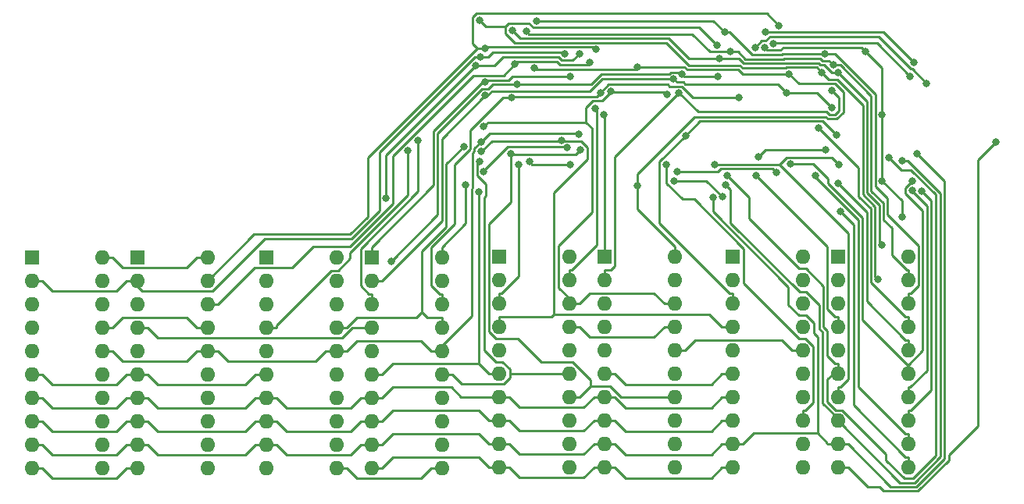
<source format=gbl>
G04 #@! TF.GenerationSoftware,KiCad,Pcbnew,(5.1.2-1)-1*
G04 #@! TF.CreationDate,2019-05-13T19:01:55+01:00*
G04 #@! TF.ProjectId,DRAM Board,4452414d-2042-46f6-9172-642e6b696361,rev?*
G04 #@! TF.SameCoordinates,Original*
G04 #@! TF.FileFunction,Copper,L2,Bot*
G04 #@! TF.FilePolarity,Positive*
%FSLAX46Y46*%
G04 Gerber Fmt 4.6, Leading zero omitted, Abs format (unit mm)*
G04 Created by KiCad (PCBNEW (5.1.2-1)-1) date 2019-05-13 19:01:55*
%MOMM*%
%LPD*%
G04 APERTURE LIST*
%ADD10O,1.600000X1.600000*%
%ADD11R,1.600000X1.600000*%
%ADD12C,0.800000*%
%ADD13C,0.250000*%
G04 APERTURE END LIST*
D10*
X226568000Y-74422000D03*
X218948000Y-97282000D03*
X226568000Y-76962000D03*
X218948000Y-94742000D03*
X226568000Y-79502000D03*
X218948000Y-92202000D03*
X226568000Y-82042000D03*
X218948000Y-89662000D03*
X226568000Y-84582000D03*
X218948000Y-87122000D03*
X226568000Y-87122000D03*
X218948000Y-84582000D03*
X226568000Y-89662000D03*
X218948000Y-82042000D03*
X226568000Y-92202000D03*
X218948000Y-79502000D03*
X226568000Y-94742000D03*
X218948000Y-76962000D03*
X226568000Y-97282000D03*
D11*
X218948000Y-74422000D03*
D10*
X201270000Y-74396600D03*
X193650000Y-97256600D03*
X201270000Y-76936600D03*
X193650000Y-94716600D03*
X201270000Y-79476600D03*
X193650000Y-92176600D03*
X201270000Y-82016600D03*
X193650000Y-89636600D03*
X201270000Y-84556600D03*
X193650000Y-87096600D03*
X201270000Y-87096600D03*
X193650000Y-84556600D03*
X201270000Y-89636600D03*
X193650000Y-82016600D03*
X201270000Y-92176600D03*
X193650000Y-79476600D03*
X201270000Y-94716600D03*
X193650000Y-76936600D03*
X201270000Y-97256600D03*
D11*
X193650000Y-74396600D03*
D10*
X176022000Y-74473000D03*
X168402000Y-97333000D03*
X176022000Y-77013000D03*
X168402000Y-94793000D03*
X176022000Y-79553000D03*
X168402000Y-92253000D03*
X176022000Y-82093000D03*
X168402000Y-89713000D03*
X176022000Y-84633000D03*
X168402000Y-87173000D03*
X176022000Y-87173000D03*
X168402000Y-84633000D03*
X176022000Y-89713000D03*
X168402000Y-82093000D03*
X176022000Y-92253000D03*
X168402000Y-79553000D03*
X176022000Y-94793000D03*
X168402000Y-77013000D03*
X176022000Y-97333000D03*
D11*
X168402000Y-74473000D03*
D10*
X150622000Y-74473000D03*
X143002000Y-97333000D03*
X150622000Y-77013000D03*
X143002000Y-94793000D03*
X150622000Y-79553000D03*
X143002000Y-92253000D03*
X150622000Y-82093000D03*
X143002000Y-89713000D03*
X150622000Y-84633000D03*
X143002000Y-87173000D03*
X150622000Y-87173000D03*
X143002000Y-84633000D03*
X150622000Y-89713000D03*
X143002000Y-82093000D03*
X150622000Y-92253000D03*
X143002000Y-79553000D03*
X150622000Y-94793000D03*
X143002000Y-77013000D03*
X150622000Y-97333000D03*
D11*
X143002000Y-74473000D03*
D10*
X237998000Y-74422000D03*
X230378000Y-97282000D03*
X237998000Y-76962000D03*
X230378000Y-94742000D03*
X237998000Y-79502000D03*
X230378000Y-92202000D03*
X237998000Y-82042000D03*
X230378000Y-89662000D03*
X237998000Y-84582000D03*
X230378000Y-87122000D03*
X237998000Y-87122000D03*
X230378000Y-84582000D03*
X237998000Y-89662000D03*
X230378000Y-82042000D03*
X237998000Y-92202000D03*
X230378000Y-79502000D03*
X237998000Y-94742000D03*
X230378000Y-76962000D03*
X237998000Y-97282000D03*
D11*
X230378000Y-74422000D03*
D10*
X212700000Y-74396600D03*
X205080000Y-97256600D03*
X212700000Y-76936600D03*
X205080000Y-94716600D03*
X212700000Y-79476600D03*
X205080000Y-92176600D03*
X212700000Y-82016600D03*
X205080000Y-89636600D03*
X212700000Y-84556600D03*
X205080000Y-87096600D03*
X212700000Y-87096600D03*
X205080000Y-84556600D03*
X212700000Y-89636600D03*
X205080000Y-82016600D03*
X212700000Y-92176600D03*
X205080000Y-79476600D03*
X212700000Y-94716600D03*
X205080000Y-76936600D03*
X212700000Y-97256600D03*
D11*
X205080000Y-74396600D03*
D10*
X187452000Y-74473000D03*
X179832000Y-97333000D03*
X187452000Y-77013000D03*
X179832000Y-94793000D03*
X187452000Y-79553000D03*
X179832000Y-92253000D03*
X187452000Y-82093000D03*
X179832000Y-89713000D03*
X187452000Y-84633000D03*
X179832000Y-87173000D03*
X187452000Y-87173000D03*
X179832000Y-84633000D03*
X187452000Y-89713000D03*
X179832000Y-82093000D03*
X187452000Y-92253000D03*
X179832000Y-79553000D03*
X187452000Y-94793000D03*
X179832000Y-77013000D03*
X187452000Y-97333000D03*
D11*
X179832000Y-74473000D03*
D10*
X162052000Y-74473000D03*
X154432000Y-97333000D03*
X162052000Y-77013000D03*
X154432000Y-94793000D03*
X162052000Y-79553000D03*
X154432000Y-92253000D03*
X162052000Y-82093000D03*
X154432000Y-89713000D03*
X162052000Y-84633000D03*
X154432000Y-87173000D03*
X162052000Y-87173000D03*
X154432000Y-84633000D03*
X162052000Y-89713000D03*
X154432000Y-82093000D03*
X162052000Y-92253000D03*
X154432000Y-79553000D03*
X162052000Y-94793000D03*
X154432000Y-77013000D03*
X162052000Y-97333000D03*
D11*
X154432000Y-74473000D03*
D12*
X228974800Y-52399100D03*
X197757400Y-48806600D03*
X218091500Y-50023400D03*
X191539900Y-48728900D03*
X217262100Y-51431400D03*
X228668700Y-54428000D03*
X234704800Y-76873600D03*
X196607900Y-49961300D03*
X218742400Y-52162700D03*
X229885700Y-53593300D03*
X235129500Y-73130700D03*
X230437500Y-54456400D03*
X195059000Y-49850200D03*
X217525500Y-52900800D03*
X211868100Y-56775000D03*
X205797300Y-56444800D03*
X191974500Y-60298400D03*
X229760300Y-56357400D03*
X213162200Y-56635600D03*
X204102600Y-58286100D03*
X205043100Y-59019000D03*
X195797000Y-64420000D03*
X230242000Y-61220000D03*
X213855400Y-61232700D03*
X184873100Y-61776500D03*
X191719300Y-63006400D03*
X183775200Y-62897800D03*
X200428300Y-61762500D03*
X235894000Y-63620000D03*
X191442200Y-67362800D03*
X218403000Y-65603700D03*
X230509500Y-64420000D03*
X217004600Y-64432500D03*
X237317600Y-64014400D03*
X218232500Y-66631400D03*
X238972800Y-63242400D03*
X216867800Y-67937500D03*
X208642800Y-53812600D03*
X190021700Y-66620900D03*
X197504900Y-53930700D03*
X208642800Y-66718900D03*
X225112900Y-54597800D03*
X196925500Y-64054000D03*
X201369300Y-64380900D03*
X230673000Y-69518800D03*
X212599700Y-66161200D03*
X217882700Y-67907000D03*
X191994500Y-65190700D03*
X201023000Y-62582500D03*
X212962500Y-65160800D03*
X223689900Y-65220000D03*
X227965700Y-65625800D03*
X211781800Y-64420000D03*
X239436800Y-67254800D03*
X202473700Y-62796700D03*
X194916100Y-63223200D03*
X238436400Y-67229400D03*
X238438900Y-66201000D03*
X191524100Y-64071400D03*
X225201300Y-64337600D03*
X202316600Y-61117700D03*
X191712700Y-61916000D03*
X230403900Y-66466000D03*
X189813000Y-62442600D03*
X228329300Y-60420000D03*
X194981600Y-57137400D03*
X219666500Y-57111500D03*
X204629100Y-56632200D03*
X192157900Y-56912300D03*
X212580000Y-55103600D03*
X229767000Y-58258400D03*
X224852900Y-56582100D03*
X239980400Y-55620000D03*
X221440200Y-51709300D03*
X195631700Y-55673500D03*
X181979300Y-74870400D03*
X217374800Y-54813500D03*
X213513500Y-54600900D03*
X238210700Y-54820000D03*
X223405100Y-51259000D03*
X201323900Y-54820000D03*
X192159300Y-55461600D03*
X238607100Y-53292500D03*
X222501400Y-50000500D03*
X203473900Y-53321900D03*
X195346200Y-53520300D03*
X200731600Y-52363800D03*
X191643400Y-52724400D03*
X223993600Y-49317700D03*
X204117200Y-51913500D03*
X192165500Y-51765300D03*
X181414100Y-68026200D03*
X202380200Y-52363800D03*
X191104200Y-53694500D03*
X229025200Y-62835400D03*
X221810200Y-63571400D03*
X221538500Y-65591000D03*
X237322700Y-70112000D03*
X235167800Y-59013800D03*
X235167800Y-66158600D03*
X222440600Y-51709300D03*
X233362200Y-52117700D03*
X247521000Y-61952200D03*
D13*
X197757400Y-48806600D02*
X216874700Y-48806600D01*
X216874700Y-48806600D02*
X218091500Y-50023400D01*
X228974800Y-52408800D02*
X224365300Y-52408800D01*
X224365300Y-52408800D02*
X224283400Y-52490700D01*
X224283400Y-52490700D02*
X221112400Y-52490700D01*
X221112400Y-52490700D02*
X218645100Y-50023400D01*
X218645100Y-50023400D02*
X218091500Y-50023400D01*
X237998000Y-78376700D02*
X238279300Y-78376700D01*
X238279300Y-78376700D02*
X239138400Y-77517600D01*
X239138400Y-77517600D02*
X239138400Y-73254200D01*
X239138400Y-73254200D02*
X235751500Y-69867300D01*
X235751500Y-69867300D02*
X235751500Y-68086600D01*
X235751500Y-68086600D02*
X234442500Y-66777600D01*
X234442500Y-66777600D02*
X234442500Y-56748100D01*
X234442500Y-56748100D02*
X230103200Y-52408800D01*
X230103200Y-52408800D02*
X228974800Y-52408800D01*
X228974800Y-52408800D02*
X228974800Y-52399100D01*
X237998000Y-79502000D02*
X237998000Y-78376700D01*
X228668700Y-54428000D02*
X229422400Y-55181700D01*
X229422400Y-55181700D02*
X230288200Y-55181700D01*
X230288200Y-55181700D02*
X233091600Y-57985100D01*
X233091600Y-57985100D02*
X233091600Y-67655700D01*
X233091600Y-67655700D02*
X234400600Y-68964700D01*
X234400600Y-68964700D02*
X234400600Y-76569400D01*
X234400600Y-76569400D02*
X234704800Y-76873600D01*
X194333700Y-49391000D02*
X194639400Y-49085300D01*
X194639400Y-49085300D02*
X196908400Y-49085300D01*
X196908400Y-49085300D02*
X197355000Y-49531900D01*
X197355000Y-49531900D02*
X215362600Y-49531900D01*
X215362600Y-49531900D02*
X217262100Y-51431400D01*
X194333700Y-49391000D02*
X194333700Y-50150600D01*
X194333700Y-50150600D02*
X195371200Y-51188100D01*
X195371200Y-51188100D02*
X211778000Y-51188100D01*
X211778000Y-51188100D02*
X214216100Y-53626200D01*
X214216100Y-53626200D02*
X219721800Y-53626200D01*
X219721800Y-53626200D02*
X220040700Y-53945100D01*
X220040700Y-53945100D02*
X224739700Y-53945100D01*
X224739700Y-53945100D02*
X224836600Y-53848200D01*
X224836600Y-53848200D02*
X228088900Y-53848200D01*
X228088900Y-53848200D02*
X228668700Y-54428000D01*
X194333700Y-49391000D02*
X192202000Y-49391000D01*
X192202000Y-49391000D02*
X191539900Y-48728900D01*
X218742400Y-52162700D02*
X219594100Y-52162700D01*
X219594100Y-52162700D02*
X220372500Y-52941100D01*
X220372500Y-52941100D02*
X224469900Y-52941100D01*
X224469900Y-52941100D02*
X224526200Y-52884800D01*
X224526200Y-52884800D02*
X228434800Y-52884800D01*
X228434800Y-52884800D02*
X228674400Y-53124400D01*
X228674400Y-53124400D02*
X229416800Y-53124400D01*
X229416800Y-53124400D02*
X229885700Y-53593300D01*
X229885700Y-53593300D02*
X230620900Y-53593300D01*
X230620900Y-53593300D02*
X233992200Y-56964600D01*
X233992200Y-56964600D02*
X233992200Y-67282500D01*
X233992200Y-67282500D02*
X235301200Y-68591500D01*
X235301200Y-68591500D02*
X235301200Y-70392100D01*
X235301200Y-70392100D02*
X236212900Y-71303800D01*
X236212900Y-71303800D02*
X236212900Y-74228400D01*
X236212900Y-74228400D02*
X237821200Y-75836700D01*
X237821200Y-75836700D02*
X237998000Y-75836700D01*
X218742400Y-52162700D02*
X216509100Y-52162700D01*
X216509100Y-52162700D02*
X214595400Y-50249000D01*
X214595400Y-50249000D02*
X196895600Y-50249000D01*
X196895600Y-50249000D02*
X196607900Y-49961300D01*
X237998000Y-76962000D02*
X237998000Y-75836700D01*
X217525500Y-52900800D02*
X219633300Y-52900800D01*
X219633300Y-52900800D02*
X220145000Y-53412500D01*
X220145000Y-53412500D02*
X224635400Y-53412500D01*
X224635400Y-53412500D02*
X224688700Y-53359200D01*
X224688700Y-53359200D02*
X228272300Y-53359200D01*
X228272300Y-53359200D02*
X228487800Y-53574700D01*
X228487800Y-53574700D02*
X228841400Y-53574700D01*
X228841400Y-53574700D02*
X229723100Y-54456400D01*
X229723100Y-54456400D02*
X230437500Y-54456400D01*
X230437500Y-54456400D02*
X233541900Y-57560800D01*
X233541900Y-57560800D02*
X233541900Y-67469100D01*
X233541900Y-67469100D02*
X234850900Y-68778100D01*
X234850900Y-68778100D02*
X234850900Y-72852100D01*
X234850900Y-72852100D02*
X235129500Y-73130700D01*
X195059000Y-49850200D02*
X195908200Y-50699400D01*
X195908200Y-50699400D02*
X212012000Y-50699400D01*
X212012000Y-50699400D02*
X214213400Y-52900800D01*
X214213400Y-52900800D02*
X217525500Y-52900800D01*
X203050300Y-59799800D02*
X203050300Y-58256400D01*
X203050300Y-58256400D02*
X203827000Y-57479700D01*
X203827000Y-57479700D02*
X204843300Y-57479700D01*
X204843300Y-57479700D02*
X205797300Y-56525700D01*
X191974500Y-60298400D02*
X192473100Y-59799800D01*
X192473100Y-59799800D02*
X203050300Y-59799800D01*
X201832700Y-79476600D02*
X200106100Y-77750000D01*
X200106100Y-77750000D02*
X200106100Y-73215500D01*
X200106100Y-73215500D02*
X203718400Y-69603200D01*
X203718400Y-69603200D02*
X203718400Y-60467900D01*
X203718400Y-60467900D02*
X203050300Y-59799800D01*
X201832700Y-79476600D02*
X202395300Y-79476600D01*
X201270000Y-79476600D02*
X201832700Y-79476600D01*
X212700000Y-79476600D02*
X211574700Y-79476600D01*
X211574700Y-79476600D02*
X210449400Y-78351300D01*
X210449400Y-78351300D02*
X203520600Y-78351300D01*
X203520600Y-78351300D02*
X202395300Y-79476600D01*
X205797300Y-56525700D02*
X211618800Y-56525700D01*
X211618800Y-56525700D02*
X211868100Y-56775000D01*
X205797300Y-56525700D02*
X205797300Y-56444800D01*
X205080000Y-76936600D02*
X205080000Y-75811300D01*
X205080000Y-75811300D02*
X205783400Y-75811300D01*
X205783400Y-75811300D02*
X206205300Y-75389400D01*
X206205300Y-75389400D02*
X206205300Y-63592500D01*
X206205300Y-63592500D02*
X213162200Y-56635600D01*
X213162200Y-56635600D02*
X215210200Y-58683600D01*
X215210200Y-58683600D02*
X229166500Y-58683600D01*
X229166500Y-58683600D02*
X229466600Y-58983700D01*
X229466600Y-58983700D02*
X230067500Y-58983700D01*
X230067500Y-58983700D02*
X230492300Y-58558900D01*
X230492300Y-58558900D02*
X230492300Y-57089400D01*
X230492300Y-57089400D02*
X229760300Y-56357400D01*
X201270000Y-75811300D02*
X201551300Y-75811300D01*
X201551300Y-75811300D02*
X204228300Y-73134300D01*
X204228300Y-73134300D02*
X204228300Y-58411800D01*
X204228300Y-58411800D02*
X204102600Y-58286100D01*
X201270000Y-76936600D02*
X201270000Y-75811300D01*
X205080000Y-73271300D02*
X205080000Y-59055900D01*
X205080000Y-59055900D02*
X205043100Y-59019000D01*
X205080000Y-74396600D02*
X205080000Y-73271300D01*
X193650000Y-79476600D02*
X193650000Y-78351300D01*
X193650000Y-78351300D02*
X193931300Y-78351300D01*
X193931300Y-78351300D02*
X195797000Y-76485600D01*
X195797000Y-76485600D02*
X195797000Y-64420000D01*
X213855400Y-61232700D02*
X215393500Y-59694600D01*
X215393500Y-59694600D02*
X228716600Y-59694600D01*
X228716600Y-59694600D02*
X230242000Y-61220000D01*
X218948000Y-78376700D02*
X218666600Y-78376700D01*
X218666600Y-78376700D02*
X211053300Y-70763400D01*
X211053300Y-70763400D02*
X211053300Y-64034800D01*
X211053300Y-64034800D02*
X213855400Y-61232700D01*
X179832000Y-78427700D02*
X179550700Y-78427700D01*
X179550700Y-78427700D02*
X178652200Y-77529200D01*
X178652200Y-77529200D02*
X178652200Y-73540000D01*
X178652200Y-73540000D02*
X184873100Y-67319100D01*
X184873100Y-67319100D02*
X184873100Y-61776500D01*
X218948000Y-79502000D02*
X218948000Y-78376700D01*
X179832000Y-79553000D02*
X179832000Y-78427700D01*
X191719300Y-63006400D02*
X192873000Y-61852700D01*
X192873000Y-61852700D02*
X200428300Y-61852700D01*
X199600000Y-80634000D02*
X199600000Y-67465000D01*
X199600000Y-67465000D02*
X203235300Y-63829700D01*
X203235300Y-63829700D02*
X203235300Y-62532300D01*
X203235300Y-62532300D02*
X202555700Y-61852700D01*
X202555700Y-61852700D02*
X200428300Y-61852700D01*
X200428300Y-61852700D02*
X200428300Y-61762500D01*
X168402000Y-82093000D02*
X169527300Y-82093000D01*
X169527300Y-82093000D02*
X169527300Y-81811700D01*
X169527300Y-81811700D02*
X175451400Y-75887600D01*
X175451400Y-75887600D02*
X176199000Y-75887600D01*
X176199000Y-75887600D02*
X177515300Y-74571300D01*
X177515300Y-74571300D02*
X177515300Y-73954400D01*
X177515300Y-73954400D02*
X183775200Y-67694500D01*
X183775200Y-67694500D02*
X183775200Y-62897800D01*
X199600000Y-80634000D02*
X216414700Y-80634000D01*
X216414700Y-80634000D02*
X217822700Y-82042000D01*
X193650000Y-80891300D02*
X199342700Y-80891300D01*
X199342700Y-80891300D02*
X199600000Y-80634000D01*
X218948000Y-82042000D02*
X217822700Y-82042000D01*
X193650000Y-82016600D02*
X193650000Y-80891300D01*
X230378000Y-85996700D02*
X230096600Y-85996700D01*
X230096600Y-85996700D02*
X229252700Y-85152800D01*
X229252700Y-85152800D02*
X229252700Y-82478600D01*
X229252700Y-82478600D02*
X228802400Y-82028300D01*
X228802400Y-82028300D02*
X228802400Y-77598900D01*
X228802400Y-77598900D02*
X226895500Y-75692000D01*
X226895500Y-75692000D02*
X226169000Y-75692000D01*
X226169000Y-75692000D02*
X220764600Y-70287600D01*
X220764600Y-70287600D02*
X220764600Y-67965300D01*
X220764600Y-67965300D02*
X218403000Y-65603700D01*
X230378000Y-86559300D02*
X229247600Y-87689700D01*
X229247600Y-87689700D02*
X229247600Y-90152900D01*
X229247600Y-90152900D02*
X230169200Y-91074500D01*
X230169200Y-91074500D02*
X230865000Y-91074500D01*
X230865000Y-91074500D02*
X235599600Y-95809100D01*
X235599600Y-95809100D02*
X235599600Y-96486100D01*
X235599600Y-96486100D02*
X237571800Y-98458300D01*
X237571800Y-98458300D02*
X238506500Y-98458300D01*
X238506500Y-98458300D02*
X240970800Y-95994000D01*
X240970800Y-95994000D02*
X240970800Y-67662500D01*
X240970800Y-67662500D02*
X238279600Y-64971300D01*
X238279600Y-64971300D02*
X237245300Y-64971300D01*
X237245300Y-64971300D02*
X235894000Y-63620000D01*
X230378000Y-86559300D02*
X230378000Y-85996700D01*
X230378000Y-87122000D02*
X230378000Y-86559300D01*
X191442200Y-86017800D02*
X191445900Y-86017800D01*
X191445900Y-86017800D02*
X192524700Y-87096600D01*
X180957300Y-87173000D02*
X182112500Y-86017800D01*
X182112500Y-86017800D02*
X191442200Y-86017800D01*
X191442200Y-86017800D02*
X191442200Y-67362800D01*
X193650000Y-87096600D02*
X192524700Y-87096600D01*
X179832000Y-87173000D02*
X180957300Y-87173000D01*
X168402000Y-87173000D02*
X167276700Y-87173000D01*
X154432000Y-87173000D02*
X155557300Y-87173000D01*
X155557300Y-87173000D02*
X156682600Y-88298300D01*
X156682600Y-88298300D02*
X166151400Y-88298300D01*
X166151400Y-88298300D02*
X167276700Y-87173000D01*
X153869400Y-87173000D02*
X154432000Y-87173000D01*
X153869400Y-87173000D02*
X153306700Y-87173000D01*
X143002000Y-87173000D02*
X144127300Y-87173000D01*
X153306700Y-87173000D02*
X152181400Y-88298300D01*
X152181400Y-88298300D02*
X145252600Y-88298300D01*
X145252600Y-88298300D02*
X144127300Y-87173000D01*
X218948000Y-87122000D02*
X217822700Y-87122000D01*
X205080000Y-87096600D02*
X206205300Y-87096600D01*
X206205300Y-87096600D02*
X207356000Y-88247300D01*
X207356000Y-88247300D02*
X216697400Y-88247300D01*
X216697400Y-88247300D02*
X217822700Y-87122000D01*
X224078000Y-64370100D02*
X224839300Y-63608800D01*
X224839300Y-63608800D02*
X229698300Y-63608800D01*
X229698300Y-63608800D02*
X230509500Y-64420000D01*
X230378000Y-88536700D02*
X230659300Y-88536700D01*
X230659300Y-88536700D02*
X231546500Y-87649500D01*
X231546500Y-87649500D02*
X231546500Y-71838600D01*
X231546500Y-71838600D02*
X224078000Y-64370100D01*
X217004600Y-64432500D02*
X217067000Y-64370100D01*
X217067000Y-64370100D02*
X224078000Y-64370100D01*
X230378000Y-89662000D02*
X230378000Y-88536700D01*
X168402000Y-89713000D02*
X167276700Y-89713000D01*
X154432000Y-89713000D02*
X155557300Y-89713000D01*
X155557300Y-89713000D02*
X156682600Y-90838300D01*
X156682600Y-90838300D02*
X166151400Y-90838300D01*
X166151400Y-90838300D02*
X167276700Y-89713000D01*
X153869400Y-89713000D02*
X154432000Y-89713000D01*
X153869400Y-89713000D02*
X153306700Y-89713000D01*
X143002000Y-89713000D02*
X144127300Y-89713000D01*
X153306700Y-89713000D02*
X152181400Y-90838300D01*
X152181400Y-90838300D02*
X145252600Y-90838300D01*
X145252600Y-90838300D02*
X144127300Y-89713000D01*
X193650000Y-89636600D02*
X194775300Y-89636600D01*
X194775300Y-89636600D02*
X195900600Y-90761900D01*
X195900600Y-90761900D02*
X202829400Y-90761900D01*
X202829400Y-90761900D02*
X203954700Y-89636600D01*
X180957300Y-89713000D02*
X182112700Y-88557600D01*
X182112700Y-88557600D02*
X188462700Y-88557600D01*
X188462700Y-88557600D02*
X189541700Y-89636600D01*
X189541700Y-89636600D02*
X193650000Y-89636600D01*
X205080000Y-89636600D02*
X203954700Y-89636600D01*
X179832000Y-89713000D02*
X178706700Y-89713000D01*
X168402000Y-89713000D02*
X169527300Y-89713000D01*
X169527300Y-89713000D02*
X170652600Y-90838300D01*
X170652600Y-90838300D02*
X177581400Y-90838300D01*
X177581400Y-90838300D02*
X178706700Y-89713000D01*
X218948000Y-89662000D02*
X217822700Y-89662000D01*
X205080000Y-89636600D02*
X206205300Y-89636600D01*
X206205300Y-89636600D02*
X207356000Y-90787300D01*
X207356000Y-90787300D02*
X216697400Y-90787300D01*
X216697400Y-90787300D02*
X217822700Y-89662000D01*
X179832000Y-89713000D02*
X180957300Y-89713000D01*
X230378000Y-91681400D02*
X230139200Y-91681400D01*
X230139200Y-91681400D02*
X228736600Y-90278800D01*
X228736600Y-90278800D02*
X228736600Y-82599400D01*
X228736600Y-82599400D02*
X228352100Y-82214900D01*
X228352100Y-82214900D02*
X228352100Y-79641200D01*
X228352100Y-79641200D02*
X226942900Y-78232000D01*
X226942900Y-78232000D02*
X226222900Y-78232000D01*
X226222900Y-78232000D02*
X218710600Y-70719700D01*
X218710600Y-70719700D02*
X218710600Y-67109500D01*
X218710600Y-67109500D02*
X218232500Y-66631400D01*
X230378000Y-92202000D02*
X237084700Y-98908700D01*
X237084700Y-98908700D02*
X238693000Y-98908700D01*
X238693000Y-98908700D02*
X241492600Y-96109100D01*
X241492600Y-96109100D02*
X241492600Y-67526900D01*
X241492600Y-67526900D02*
X237980100Y-64014400D01*
X237980100Y-64014400D02*
X237317600Y-64014400D01*
X230378000Y-92202000D02*
X230378000Y-92071800D01*
X230378000Y-92071800D02*
X230378000Y-91681400D01*
X168402000Y-92253000D02*
X167276700Y-92253000D01*
X154432000Y-92253000D02*
X155557300Y-92253000D01*
X155557300Y-92253000D02*
X156682600Y-93378300D01*
X156682600Y-93378300D02*
X166151400Y-93378300D01*
X166151400Y-93378300D02*
X167276700Y-92253000D01*
X153869400Y-92253000D02*
X154432000Y-92253000D01*
X153869400Y-92253000D02*
X153306700Y-92253000D01*
X143002000Y-92253000D02*
X144127300Y-92253000D01*
X153306700Y-92253000D02*
X152181400Y-93378300D01*
X152181400Y-93378300D02*
X145252600Y-93378300D01*
X145252600Y-93378300D02*
X144127300Y-92253000D01*
X180957300Y-92253000D02*
X182112600Y-91097700D01*
X182112600Y-91097700D02*
X191445800Y-91097700D01*
X191445800Y-91097700D02*
X192524700Y-92176600D01*
X193650000Y-92176600D02*
X192524700Y-92176600D01*
X179832000Y-92253000D02*
X180957300Y-92253000D01*
X179269400Y-92253000D02*
X179832000Y-92253000D01*
X179269400Y-92253000D02*
X178706700Y-92253000D01*
X168402000Y-92253000D02*
X169527300Y-92253000D01*
X169527300Y-92253000D02*
X170652600Y-93378300D01*
X170652600Y-93378300D02*
X177581400Y-93378300D01*
X177581400Y-93378300D02*
X178706700Y-92253000D01*
X218948000Y-92202000D02*
X217822700Y-92202000D01*
X205080000Y-92176600D02*
X206205300Y-92176600D01*
X206205300Y-92176600D02*
X207356000Y-93327300D01*
X207356000Y-93327300D02*
X216697400Y-93327300D01*
X216697400Y-93327300D02*
X217822700Y-92202000D01*
X204517400Y-92176600D02*
X205080000Y-92176600D01*
X204517400Y-92176600D02*
X203954700Y-92176600D01*
X193650000Y-92176600D02*
X194775300Y-92176600D01*
X203954700Y-92176600D02*
X202829400Y-93301900D01*
X202829400Y-93301900D02*
X195900600Y-93301900D01*
X195900600Y-93301900D02*
X194775300Y-92176600D01*
X231503300Y-94742000D02*
X236120300Y-99359000D01*
X236120300Y-99359000D02*
X238879600Y-99359000D01*
X238879600Y-99359000D02*
X241942900Y-96295700D01*
X241942900Y-96295700D02*
X241942900Y-66212500D01*
X241942900Y-66212500D02*
X238972800Y-63242400D01*
X230378000Y-94742000D02*
X229252700Y-94742000D01*
X228168300Y-93553500D02*
X229252700Y-94637900D01*
X229252700Y-94637900D02*
X229252700Y-94742000D01*
X216867800Y-67937500D02*
X216867800Y-69513800D01*
X216867800Y-69513800D02*
X225026800Y-77672800D01*
X225026800Y-77672800D02*
X225026800Y-79633600D01*
X225026800Y-79633600D02*
X226165200Y-80772000D01*
X226165200Y-80772000D02*
X226909100Y-80772000D01*
X226909100Y-80772000D02*
X227759900Y-81622800D01*
X227759900Y-81622800D02*
X227759900Y-82722100D01*
X227759900Y-82722100D02*
X228168300Y-83130500D01*
X228168300Y-83130500D02*
X228168300Y-93553500D01*
X220073300Y-94742000D02*
X221261800Y-93553500D01*
X221261800Y-93553500D02*
X228168300Y-93553500D01*
X230378000Y-94742000D02*
X231503300Y-94742000D01*
X218948000Y-94742000D02*
X220073300Y-94742000D01*
X218385400Y-94742000D02*
X218948000Y-94742000D01*
X168402000Y-94793000D02*
X167276700Y-94793000D01*
X154432000Y-94793000D02*
X155557300Y-94793000D01*
X155557300Y-94793000D02*
X156682600Y-95918300D01*
X156682600Y-95918300D02*
X166151400Y-95918300D01*
X166151400Y-95918300D02*
X167276700Y-94793000D01*
X153869400Y-94793000D02*
X154432000Y-94793000D01*
X153869400Y-94793000D02*
X153306700Y-94793000D01*
X143002000Y-94793000D02*
X144127300Y-94793000D01*
X153306700Y-94793000D02*
X152181400Y-95918300D01*
X152181400Y-95918300D02*
X145252600Y-95918300D01*
X145252600Y-95918300D02*
X144127300Y-94793000D01*
X218385400Y-94742000D02*
X217822700Y-94742000D01*
X179832000Y-94793000D02*
X178706700Y-94793000D01*
X168402000Y-94793000D02*
X169527300Y-94793000D01*
X169527300Y-94793000D02*
X170652600Y-95918300D01*
X170652600Y-95918300D02*
X177581400Y-95918300D01*
X177581400Y-95918300D02*
X178706700Y-94793000D01*
X205080000Y-94716600D02*
X206205300Y-94716600D01*
X206205300Y-94716600D02*
X207356000Y-95867300D01*
X207356000Y-95867300D02*
X216697400Y-95867300D01*
X216697400Y-95867300D02*
X217822700Y-94742000D01*
X204517400Y-94716600D02*
X205080000Y-94716600D01*
X204517400Y-94716600D02*
X203954700Y-94716600D01*
X193650000Y-94716600D02*
X192524700Y-94716600D01*
X179832000Y-94793000D02*
X180957300Y-94793000D01*
X180957300Y-94793000D02*
X182112600Y-93637700D01*
X182112600Y-93637700D02*
X191445800Y-93637700D01*
X191445800Y-93637700D02*
X192524700Y-94716600D01*
X193650000Y-94716600D02*
X194775300Y-94716600D01*
X203954700Y-94716600D02*
X202829400Y-95841900D01*
X202829400Y-95841900D02*
X195900600Y-95841900D01*
X195900600Y-95841900D02*
X194775300Y-94716600D01*
X208642800Y-53812600D02*
X208408200Y-54047200D01*
X208408200Y-54047200D02*
X197621400Y-54047200D01*
X197621400Y-54047200D02*
X197504900Y-53930700D01*
X225112900Y-54597800D02*
X220056500Y-54597800D01*
X220056500Y-54597800D02*
X219535300Y-54076600D01*
X219535300Y-54076600D02*
X214029600Y-54076600D01*
X214029600Y-54076600D02*
X213765600Y-53812600D01*
X213765600Y-53812600D02*
X208642800Y-53812600D01*
X208642800Y-66718900D02*
X208642800Y-65417500D01*
X208642800Y-65417500D02*
X214838100Y-59222200D01*
X214838100Y-59222200D02*
X229068200Y-59222200D01*
X229068200Y-59222200D02*
X229280000Y-59434000D01*
X229280000Y-59434000D02*
X230254100Y-59434000D01*
X230254100Y-59434000D02*
X230957600Y-58730500D01*
X230957600Y-58730500D02*
X230957600Y-56511200D01*
X230957600Y-56511200D02*
X230078400Y-55632000D01*
X230078400Y-55632000D02*
X226147100Y-55632000D01*
X226147100Y-55632000D02*
X225112900Y-54597800D01*
X212700000Y-73271300D02*
X208642800Y-69214100D01*
X208642800Y-69214100D02*
X208642800Y-66718900D01*
X187452000Y-74473000D02*
X187452000Y-73347700D01*
X187452000Y-73347700D02*
X190021600Y-70778100D01*
X190021600Y-70778100D02*
X190021600Y-66620900D01*
X190021600Y-66620900D02*
X190021700Y-66620900D01*
X212700000Y-74396600D02*
X212700000Y-73271300D01*
X150622000Y-74473000D02*
X151747300Y-74473000D01*
X162052000Y-74473000D02*
X160926700Y-74473000D01*
X160926700Y-74473000D02*
X159801400Y-75598300D01*
X159801400Y-75598300D02*
X152872600Y-75598300D01*
X152872600Y-75598300D02*
X151747300Y-74473000D01*
X196925500Y-64054000D02*
X197252300Y-64380800D01*
X197252300Y-64380800D02*
X201369300Y-64380800D01*
X201369300Y-64380800D02*
X201369300Y-64380900D01*
X187452000Y-97333000D02*
X186326700Y-97333000D01*
X176022000Y-97333000D02*
X177147300Y-97333000D01*
X177147300Y-97333000D02*
X178272600Y-98458300D01*
X178272600Y-98458300D02*
X185201400Y-98458300D01*
X185201400Y-98458300D02*
X186326700Y-97333000D01*
X237998000Y-97282000D02*
X237998000Y-96156700D01*
X237998000Y-96156700D02*
X237716700Y-96156700D01*
X237716700Y-96156700D02*
X232060400Y-90500400D01*
X232060400Y-90500400D02*
X232060400Y-70906200D01*
X232060400Y-70906200D02*
X230673000Y-69518800D01*
X212599700Y-66161200D02*
X216136900Y-66161200D01*
X216136900Y-66161200D02*
X217882700Y-67907000D01*
X223689900Y-65220000D02*
X223335600Y-64865700D01*
X223335600Y-64865700D02*
X217689100Y-64865700D01*
X217689100Y-64865700D02*
X217394000Y-65160800D01*
X217394000Y-65160800D02*
X212962500Y-65160800D01*
X227965700Y-65625800D02*
X227965700Y-65785700D01*
X227965700Y-65785700D02*
X232599400Y-70419400D01*
X232599400Y-70419400D02*
X232599400Y-88499500D01*
X232599400Y-88499500D02*
X237716600Y-93616700D01*
X237716600Y-93616700D02*
X237998000Y-93616700D01*
X191994500Y-65190700D02*
X191994500Y-65113600D01*
X191994500Y-65113600D02*
X194610300Y-62497800D01*
X194610300Y-62497800D02*
X200938300Y-62497800D01*
X200938300Y-62497800D02*
X201023000Y-62582500D01*
X237998000Y-94742000D02*
X237998000Y-93616700D01*
X237998000Y-91076700D02*
X238279300Y-91076700D01*
X238279300Y-91076700D02*
X240490900Y-88865100D01*
X240490900Y-88865100D02*
X240490900Y-68308900D01*
X240490900Y-68308900D02*
X239436800Y-67254800D01*
X226568000Y-91076700D02*
X226849300Y-91076700D01*
X226849300Y-91076700D02*
X227716800Y-90209200D01*
X227716800Y-90209200D02*
X227716800Y-84138900D01*
X227716800Y-84138900D02*
X226889900Y-83312000D01*
X226889900Y-83312000D02*
X226160800Y-83312000D01*
X226160800Y-83312000D02*
X220166800Y-77318000D01*
X220166800Y-77318000D02*
X220166800Y-73521800D01*
X220166800Y-73521800D02*
X214796100Y-68151100D01*
X214796100Y-68151100D02*
X213517700Y-68151100D01*
X213517700Y-68151100D02*
X211781800Y-66415200D01*
X211781800Y-66415200D02*
X211781800Y-64420000D01*
X226568000Y-92202000D02*
X226568000Y-91076700D01*
X237998000Y-92202000D02*
X237998000Y-91076700D01*
X237998000Y-88536700D02*
X238220700Y-88536700D01*
X238220700Y-88536700D02*
X240039100Y-86718300D01*
X240039100Y-86718300D02*
X240039100Y-68882800D01*
X240039100Y-68882800D02*
X238436400Y-67280100D01*
X238436400Y-67280100D02*
X238436400Y-67229400D01*
X203572100Y-88459800D02*
X205665400Y-88459800D01*
X205665400Y-88459800D02*
X206842200Y-89636600D01*
X206842200Y-89636600D02*
X212700000Y-89636600D01*
X202395300Y-89636600D02*
X203572100Y-88459800D01*
X203572100Y-88459800D02*
X203572100Y-87748500D01*
X203572100Y-87748500D02*
X201650200Y-85826600D01*
X201650200Y-85826600D02*
X198192200Y-85826600D01*
X198192200Y-85826600D02*
X195652200Y-83286600D01*
X195652200Y-83286600D02*
X193306500Y-83286600D01*
X193306500Y-83286600D02*
X192524600Y-82504700D01*
X192524600Y-82504700D02*
X192524600Y-70859300D01*
X192524600Y-70859300D02*
X194916000Y-68467900D01*
X194916000Y-68467900D02*
X194916000Y-63328600D01*
X194916000Y-63328600D02*
X194916100Y-63328600D01*
X194916100Y-63328600D02*
X201941800Y-63328600D01*
X201941800Y-63328600D02*
X202473700Y-62796700D01*
X194916100Y-63223200D02*
X194916100Y-63328600D01*
X201270000Y-89636600D02*
X202395300Y-89636600D01*
X237998000Y-89662000D02*
X237998000Y-88536700D01*
X237998000Y-86156300D02*
X237954900Y-86156300D01*
X237954900Y-86156300D02*
X233049700Y-81251100D01*
X233049700Y-81251100D02*
X233049700Y-70137500D01*
X233049700Y-70137500D02*
X229344100Y-66431900D01*
X229344100Y-66431900D02*
X229344100Y-65953200D01*
X229344100Y-65953200D02*
X227728500Y-64337600D01*
X227728500Y-64337600D02*
X225201300Y-64337600D01*
X237998000Y-86156300D02*
X238015300Y-86156300D01*
X238015300Y-86156300D02*
X239588800Y-84582800D01*
X239588800Y-84582800D02*
X239588800Y-69407500D01*
X239588800Y-69407500D02*
X237711100Y-67529800D01*
X237711100Y-67529800D02*
X237711100Y-66928800D01*
X237711100Y-66928800D02*
X238438900Y-66201000D01*
X191524100Y-64071400D02*
X191269200Y-64326300D01*
X191269200Y-64326300D02*
X191269200Y-65553100D01*
X191269200Y-65553100D02*
X192213200Y-66497100D01*
X192213200Y-66497100D02*
X192213200Y-67772900D01*
X192213200Y-67772900D02*
X192054800Y-67931300D01*
X192054800Y-67931300D02*
X192054800Y-84586400D01*
X192054800Y-84586400D02*
X193295000Y-85826600D01*
X193295000Y-85826600D02*
X194038000Y-85826600D01*
X194038000Y-85826600D02*
X194831700Y-86620300D01*
X194831700Y-86620300D02*
X194831700Y-87096600D01*
X237998000Y-86156300D02*
X237998000Y-86199400D01*
X237998000Y-87122000D02*
X237998000Y-86199400D01*
X194831700Y-87096600D02*
X200144700Y-87096600D01*
X188577300Y-87173000D02*
X189626200Y-88221900D01*
X189626200Y-88221900D02*
X194128500Y-88221900D01*
X194128500Y-88221900D02*
X194831700Y-87518700D01*
X194831700Y-87518700D02*
X194831700Y-87096600D01*
X201270000Y-87096600D02*
X200144700Y-87096600D01*
X187452000Y-87173000D02*
X188577300Y-87173000D01*
X230403900Y-66466000D02*
X233500000Y-69562100D01*
X233500000Y-69562100D02*
X233500000Y-79240000D01*
X233500000Y-79240000D02*
X237716700Y-83456700D01*
X237716700Y-83456700D02*
X237998000Y-83456700D01*
X191712700Y-61916000D02*
X192614100Y-61014600D01*
X192614100Y-61014600D02*
X202213500Y-61014600D01*
X202213500Y-61014600D02*
X202316600Y-61117700D01*
X186889400Y-84633000D02*
X190716900Y-80805500D01*
X190716900Y-80805500D02*
X190716900Y-67062400D01*
X190716900Y-67062400D02*
X190798800Y-66980500D01*
X190798800Y-66980500D02*
X190798800Y-63119500D01*
X190798800Y-63119500D02*
X190988600Y-62929700D01*
X190988600Y-62929700D02*
X190988600Y-62640100D01*
X190988600Y-62640100D02*
X191712700Y-61916000D01*
X226568000Y-84582000D02*
X225442700Y-84582000D01*
X212700000Y-84556600D02*
X213825300Y-84556600D01*
X213825300Y-84556600D02*
X214925200Y-83456700D01*
X214925200Y-83456700D02*
X224317400Y-83456700D01*
X224317400Y-83456700D02*
X225442700Y-84582000D01*
X186889400Y-84633000D02*
X186326700Y-84633000D01*
X187452000Y-84633000D02*
X186889400Y-84633000D01*
X237998000Y-84582000D02*
X237998000Y-83456700D01*
X176022000Y-84633000D02*
X174896700Y-84633000D01*
X162052000Y-84633000D02*
X163177300Y-84633000D01*
X163177300Y-84633000D02*
X164302600Y-85758300D01*
X164302600Y-85758300D02*
X173771400Y-85758300D01*
X173771400Y-85758300D02*
X174896700Y-84633000D01*
X161489400Y-84633000D02*
X162052000Y-84633000D01*
X161489400Y-84633000D02*
X160926700Y-84633000D01*
X176022000Y-84633000D02*
X177147300Y-84633000D01*
X186326700Y-84633000D02*
X185201400Y-83507700D01*
X185201400Y-83507700D02*
X178272600Y-83507700D01*
X178272600Y-83507700D02*
X177147300Y-84633000D01*
X150622000Y-84633000D02*
X151747300Y-84633000D01*
X160926700Y-84633000D02*
X159801400Y-85758300D01*
X159801400Y-85758300D02*
X152872600Y-85758300D01*
X152872600Y-85758300D02*
X151747300Y-84633000D01*
X185279600Y-80370900D02*
X185279600Y-73774100D01*
X185279600Y-73774100D02*
X187893800Y-71159900D01*
X187893800Y-71159900D02*
X187893800Y-64361800D01*
X187893800Y-64361800D02*
X189813000Y-62442600D01*
X185279600Y-80370900D02*
X185876400Y-80967700D01*
X185876400Y-80967700D02*
X187452000Y-80967700D01*
X177147300Y-82093000D02*
X178272600Y-80967700D01*
X178272600Y-80967700D02*
X184682800Y-80967700D01*
X184682800Y-80967700D02*
X185279600Y-80370900D01*
X176022000Y-82093000D02*
X177147300Y-82093000D01*
X187452000Y-82093000D02*
X187452000Y-80967700D01*
X150622000Y-82093000D02*
X151747300Y-82093000D01*
X162052000Y-82093000D02*
X160926700Y-82093000D01*
X160926700Y-82093000D02*
X159801400Y-80967700D01*
X159801400Y-80967700D02*
X152872600Y-80967700D01*
X152872600Y-80967700D02*
X151747300Y-82093000D01*
X228329300Y-60420000D02*
X232641300Y-64732000D01*
X232641300Y-64732000D02*
X232641300Y-67842300D01*
X232641300Y-67842300D02*
X233950300Y-69151300D01*
X233950300Y-69151300D02*
X233950300Y-77150300D01*
X233950300Y-77150300D02*
X237716700Y-80916700D01*
X237716700Y-80916700D02*
X237998000Y-80916700D01*
X201270000Y-82016600D02*
X202395300Y-82016600D01*
X212700000Y-82016600D02*
X211574700Y-82016600D01*
X211574700Y-82016600D02*
X210449400Y-83141900D01*
X210449400Y-83141900D02*
X203520600Y-83141900D01*
X203520600Y-83141900D02*
X202395300Y-82016600D01*
X237998000Y-82042000D02*
X237998000Y-80916700D01*
X187452000Y-78427700D02*
X187215300Y-78427700D01*
X187215300Y-78427700D02*
X186326600Y-77539000D01*
X186326600Y-77539000D02*
X186326600Y-73364000D01*
X186326600Y-73364000D02*
X188851100Y-70839500D01*
X188851100Y-70839500D02*
X188851100Y-64430300D01*
X188851100Y-64430300D02*
X190538300Y-62743100D01*
X190538300Y-62743100D02*
X190538300Y-60667600D01*
X190538300Y-60667600D02*
X194068500Y-57137400D01*
X194068500Y-57137400D02*
X194981600Y-57137400D01*
X204629100Y-56632200D02*
X204231900Y-57029400D01*
X204231900Y-57029400D02*
X195089600Y-57029400D01*
X195089600Y-57029400D02*
X194981600Y-57137400D01*
X219666500Y-57111500D02*
X214663900Y-57111500D01*
X214663900Y-57111500D02*
X213462700Y-55910300D01*
X213462700Y-55910300D02*
X212136500Y-55910300D01*
X212136500Y-55910300D02*
X211945700Y-55719500D01*
X211945700Y-55719500D02*
X205496900Y-55719500D01*
X205496900Y-55719500D02*
X204629100Y-56587300D01*
X204629100Y-56587300D02*
X204629100Y-56632200D01*
X187452000Y-79553000D02*
X187452000Y-78427700D01*
X192157900Y-56912300D02*
X187443400Y-61626800D01*
X187443400Y-61626800D02*
X187443400Y-70526900D01*
X187443400Y-70526900D02*
X180957300Y-77013000D01*
X224852900Y-56582100D02*
X228090700Y-56582100D01*
X228090700Y-56582100D02*
X229767000Y-58258400D01*
X192157900Y-56912300D02*
X192371300Y-56912300D01*
X192371300Y-56912300D02*
X192871500Y-56412100D01*
X192871500Y-56412100D02*
X203518200Y-56412100D01*
X203518200Y-56412100D02*
X204826700Y-55103600D01*
X204826700Y-55103600D02*
X212580000Y-55103600D01*
X179832000Y-77013000D02*
X180957300Y-77013000D01*
X224852900Y-56582100D02*
X223914900Y-55644100D01*
X223914900Y-55644100D02*
X213833400Y-55644100D01*
X213833400Y-55644100D02*
X213649300Y-55460000D01*
X213649300Y-55460000D02*
X212936400Y-55460000D01*
X212936400Y-55460000D02*
X212580000Y-55103600D01*
X239980400Y-55620000D02*
X239980400Y-55563900D01*
X239980400Y-55563900D02*
X238434300Y-54017800D01*
X238434300Y-54017800D02*
X238306700Y-54017800D01*
X238306700Y-54017800D02*
X234782300Y-50493400D01*
X234782300Y-50493400D02*
X223034500Y-50493400D01*
X223034500Y-50493400D02*
X222543900Y-50984000D01*
X222543900Y-50984000D02*
X222133100Y-50984000D01*
X222133100Y-50984000D02*
X221440300Y-51676800D01*
X221440300Y-51676800D02*
X221440300Y-51709300D01*
X221440300Y-51709300D02*
X221440200Y-51709300D01*
X195631700Y-55673500D02*
X192973200Y-55673500D01*
X192973200Y-55673500D02*
X192459800Y-56186900D01*
X192459800Y-56186900D02*
X191820200Y-56186900D01*
X191820200Y-56186900D02*
X186993000Y-61014100D01*
X186993000Y-61014100D02*
X186993000Y-69856700D01*
X186993000Y-69856700D02*
X181979300Y-74870400D01*
X213513500Y-54600900D02*
X213726100Y-54813500D01*
X213726100Y-54813500D02*
X217374800Y-54813500D01*
X195631700Y-55673500D02*
X195631700Y-55673400D01*
X195631700Y-55673400D02*
X203620000Y-55673400D01*
X203620000Y-55673400D02*
X204736900Y-54556500D01*
X204736900Y-54556500D02*
X212101300Y-54556500D01*
X212101300Y-54556500D02*
X212279600Y-54378200D01*
X212279600Y-54378200D02*
X213290800Y-54378200D01*
X213290800Y-54378200D02*
X213513500Y-54600900D01*
X238210700Y-54820000D02*
X234614200Y-51223500D01*
X234614200Y-51223500D02*
X223440600Y-51223500D01*
X223440600Y-51223500D02*
X223405100Y-51259000D01*
X192159300Y-55461600D02*
X192397800Y-55223100D01*
X192397800Y-55223100D02*
X194669300Y-55223100D01*
X194669300Y-55223100D02*
X195072400Y-54820000D01*
X195072400Y-54820000D02*
X201323900Y-54820000D01*
X179832000Y-73347700D02*
X186542700Y-66637000D01*
X186542700Y-66637000D02*
X186542700Y-60803100D01*
X186542700Y-60803100D02*
X191884200Y-55461600D01*
X191884200Y-55461600D02*
X192159300Y-55461600D01*
X179832000Y-74473000D02*
X179832000Y-73347700D01*
X195346200Y-53520300D02*
X195668400Y-53198100D01*
X195668400Y-53198100D02*
X199903300Y-53198100D01*
X199903300Y-53198100D02*
X200244600Y-53539400D01*
X200244600Y-53539400D02*
X203256400Y-53539400D01*
X203256400Y-53539400D02*
X203473900Y-53321900D01*
X238607100Y-53292500D02*
X235357700Y-50043100D01*
X235357700Y-50043100D02*
X222544000Y-50043100D01*
X222544000Y-50043100D02*
X222501400Y-50000500D01*
X195346200Y-53520300D02*
X194130300Y-54736200D01*
X194130300Y-54736200D02*
X190864200Y-54736200D01*
X190864200Y-54736200D02*
X182139500Y-63460900D01*
X182139500Y-63460900D02*
X182139500Y-68607600D01*
X182139500Y-68607600D02*
X177457900Y-73289200D01*
X177457900Y-73289200D02*
X173516700Y-73289200D01*
X173516700Y-73289200D02*
X171207500Y-75598400D01*
X171207500Y-75598400D02*
X167131900Y-75598400D01*
X167131900Y-75598400D02*
X163177300Y-79553000D01*
X162052000Y-79553000D02*
X163177300Y-79553000D01*
X191643400Y-52724400D02*
X192475900Y-52724400D01*
X192475900Y-52724400D02*
X192966600Y-52233700D01*
X192966600Y-52233700D02*
X200601500Y-52233700D01*
X200601500Y-52233700D02*
X200731600Y-52363800D01*
X191643400Y-52724400D02*
X191047500Y-52724400D01*
X191047500Y-52724400D02*
X180688800Y-63083100D01*
X180688800Y-63083100D02*
X180688800Y-69400300D01*
X180688800Y-69400300D02*
X177678800Y-72410300D01*
X177678800Y-72410300D02*
X168302300Y-72410300D01*
X168302300Y-72410300D02*
X162572300Y-78140300D01*
X162572300Y-78140300D02*
X154996700Y-78140300D01*
X154996700Y-78140300D02*
X153869400Y-77013000D01*
X153869400Y-77013000D02*
X153306700Y-77013000D01*
X154432000Y-77013000D02*
X153869400Y-77013000D01*
X143002000Y-77013000D02*
X144127300Y-77013000D01*
X153306700Y-77013000D02*
X152181400Y-78138300D01*
X152181400Y-78138300D02*
X145252600Y-78138300D01*
X145252600Y-78138300D02*
X144127300Y-77013000D01*
X192165500Y-51765300D02*
X192292400Y-51638400D01*
X192292400Y-51638400D02*
X203842100Y-51638400D01*
X203842100Y-51638400D02*
X204117200Y-51913500D01*
X191325400Y-51765300D02*
X190812400Y-51252300D01*
X190812400Y-51252300D02*
X190812400Y-48375100D01*
X190812400Y-48375100D02*
X191200900Y-47986600D01*
X191200900Y-47986600D02*
X222662500Y-47986600D01*
X222662500Y-47986600D02*
X223993600Y-49317700D01*
X191325400Y-51765300D02*
X192165500Y-51765300D01*
X162052000Y-77013000D02*
X167105100Y-71959900D01*
X167105100Y-71959900D02*
X177492300Y-71959900D01*
X177492300Y-71959900D02*
X179405400Y-70046800D01*
X179405400Y-70046800D02*
X179405400Y-63685300D01*
X179405400Y-63685300D02*
X191325400Y-51765300D01*
X191104200Y-53694500D02*
X193113600Y-53694500D01*
X193113600Y-53694500D02*
X194060500Y-52747600D01*
X194060500Y-52747600D02*
X200089700Y-52747600D01*
X200089700Y-52747600D02*
X200431200Y-53089100D01*
X200431200Y-53089100D02*
X201654900Y-53089100D01*
X201654900Y-53089100D02*
X202380200Y-52363800D01*
X191104200Y-53694500D02*
X181414100Y-63384600D01*
X181414100Y-63384600D02*
X181414100Y-68026200D01*
X221810200Y-63571400D02*
X222546200Y-62835400D01*
X222546200Y-62835400D02*
X229025200Y-62835400D01*
X230378000Y-82042000D02*
X230378000Y-80916700D01*
X230378000Y-80916700D02*
X230096600Y-80916700D01*
X230096600Y-80916700D02*
X229252700Y-80072800D01*
X229252700Y-80072800D02*
X229252700Y-73305200D01*
X229252700Y-73305200D02*
X221538500Y-65591000D01*
X154432000Y-82093000D02*
X155557300Y-82093000D01*
X155557300Y-82093000D02*
X156690500Y-83226200D01*
X156690500Y-83226200D02*
X176651000Y-83226200D01*
X176651000Y-83226200D02*
X177784200Y-82093000D01*
X177784200Y-82093000D02*
X179832000Y-82093000D01*
X233362200Y-52117700D02*
X232918300Y-51673800D01*
X232918300Y-51673800D02*
X224463300Y-51673800D01*
X224463300Y-51673800D02*
X224152700Y-51984400D01*
X224152700Y-51984400D02*
X222715700Y-51984400D01*
X222715700Y-51984400D02*
X222440600Y-51709300D01*
X237322700Y-70112000D02*
X237322700Y-68313500D01*
X237322700Y-68313500D02*
X235167800Y-66158600D01*
X235167800Y-66158600D02*
X235167800Y-59013800D01*
X235167800Y-59013800D02*
X235167800Y-53923300D01*
X235167800Y-53923300D02*
X233362200Y-52117700D01*
X231503300Y-97282000D02*
X233597200Y-99375900D01*
X233597200Y-99375900D02*
X234863400Y-99375900D01*
X234863400Y-99375900D02*
X235296800Y-99809300D01*
X235296800Y-99809300D02*
X239066200Y-99809300D01*
X239066200Y-99809300D02*
X242393200Y-96482300D01*
X242393200Y-96482300D02*
X242393200Y-95928900D01*
X242393200Y-95928900D02*
X245582400Y-92739700D01*
X245582400Y-92739700D02*
X245582400Y-63890800D01*
X245582400Y-63890800D02*
X247521000Y-61952200D01*
X143002000Y-97333000D02*
X144127300Y-97333000D01*
X154432000Y-97333000D02*
X153306700Y-97333000D01*
X153306700Y-97333000D02*
X152181400Y-98458300D01*
X152181400Y-98458300D02*
X145252600Y-98458300D01*
X145252600Y-98458300D02*
X144127300Y-97333000D01*
X230378000Y-97282000D02*
X231503300Y-97282000D01*
X193650000Y-97256600D02*
X192524700Y-97256600D01*
X179832000Y-97333000D02*
X180957300Y-97333000D01*
X180957300Y-97333000D02*
X182112600Y-96177700D01*
X182112600Y-96177700D02*
X191445800Y-96177700D01*
X191445800Y-96177700D02*
X192524700Y-97256600D01*
X205080000Y-97256600D02*
X203954700Y-97256600D01*
X193650000Y-97256600D02*
X194775300Y-97256600D01*
X194775300Y-97256600D02*
X195900600Y-98381900D01*
X195900600Y-98381900D02*
X202829400Y-98381900D01*
X202829400Y-98381900D02*
X203954700Y-97256600D01*
X218948000Y-97282000D02*
X217822700Y-97282000D01*
X205080000Y-97256600D02*
X206205300Y-97256600D01*
X206205300Y-97256600D02*
X207356000Y-98407300D01*
X207356000Y-98407300D02*
X216697400Y-98407300D01*
X216697400Y-98407300D02*
X217822700Y-97282000D01*
M02*

</source>
